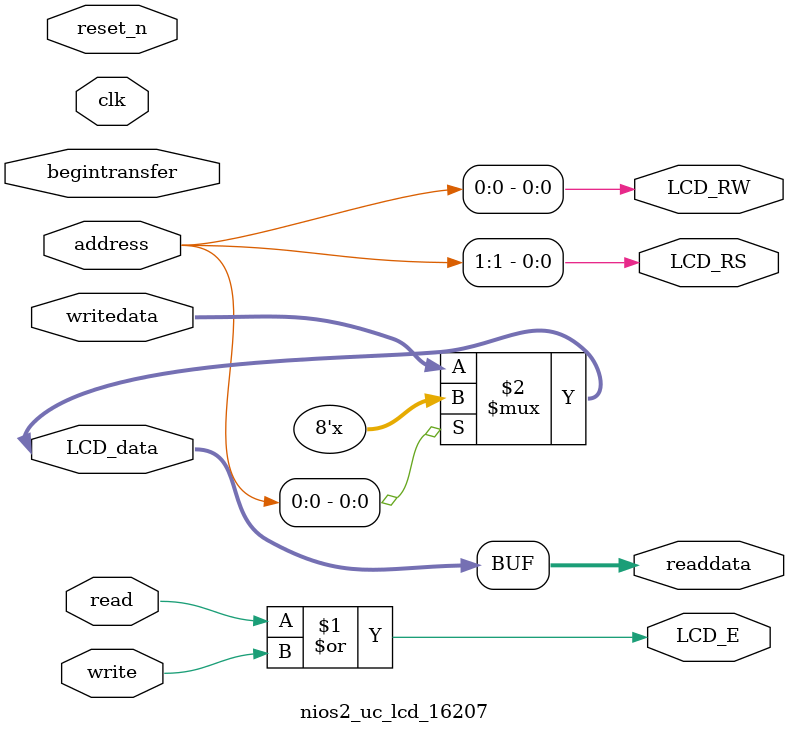
<source format=v>

`timescale 1ns / 1ps
// synthesis translate_on

// turn off superfluous verilog processor warnings 
// altera message_level Level1 
// altera message_off 10034 10035 10036 10037 10230 10240 10030 

module nios2_uc_lcd_16207 (
                            // inputs:
                             address,
                             begintransfer,
                             clk,
                             read,
                             reset_n,
                             write,
                             writedata,

                            // outputs:
                             LCD_E,
                             LCD_RS,
                             LCD_RW,
                             LCD_data,
                             readdata
                          )
;

  output           LCD_E;
  output           LCD_RS;
  output           LCD_RW;
  inout   [  7: 0] LCD_data;
  output  [  7: 0] readdata;
  input   [  1: 0] address;
  input            begintransfer;
  input            clk;
  input            read;
  input            reset_n;
  input            write;
  input   [  7: 0] writedata;


wire             LCD_E;
wire             LCD_RS;
wire             LCD_RW;
wire    [  7: 0] LCD_data;
wire    [  7: 0] readdata;
  assign LCD_RW = address[0];
  assign LCD_RS = address[1];
  assign LCD_E = read | write;
  assign LCD_data = (address[0]) ? {8{1'bz}} : writedata;
  assign readdata = LCD_data;
  //control_slave, which is an e_avalon_slave

endmodule


</source>
